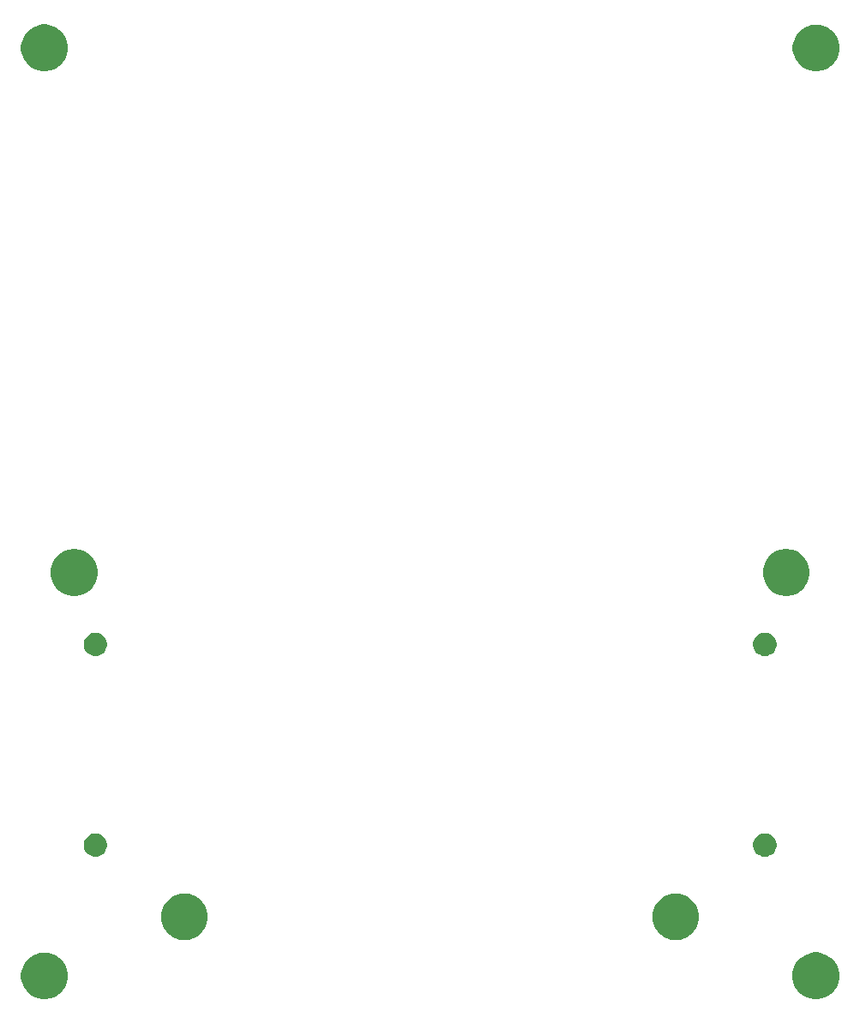
<source format=gbr>
G04 #@! TF.GenerationSoftware,KiCad,Pcbnew,(5.1.2)-2*
G04 #@! TF.CreationDate,2021-11-10T11:21:05-03:00*
G04 #@! TF.ProjectId,MAG_Plus,4d41475f-506c-4757-932e-6b696361645f,rev?*
G04 #@! TF.SameCoordinates,Original*
G04 #@! TF.FileFunction,Soldermask,Bot*
G04 #@! TF.FilePolarity,Negative*
%FSLAX46Y46*%
G04 Gerber Fmt 4.6, Leading zero omitted, Abs format (unit mm)*
G04 Created by KiCad (PCBNEW (5.1.2)-2) date 2021-11-10 11:21:05*
%MOMM*%
%LPD*%
G04 APERTURE LIST*
%ADD10C,0.100000*%
G04 APERTURE END LIST*
D10*
G36*
X125248903Y-233563213D02*
G01*
X125471177Y-233607426D01*
X125889932Y-233780880D01*
X126266802Y-234032696D01*
X126587304Y-234353198D01*
X126839120Y-234730068D01*
X127012574Y-235148823D01*
X127101000Y-235593371D01*
X127101000Y-236046629D01*
X127012574Y-236491177D01*
X126839120Y-236909932D01*
X126587304Y-237286802D01*
X126266802Y-237607304D01*
X125889932Y-237859120D01*
X125471177Y-238032574D01*
X125248903Y-238076787D01*
X125026630Y-238121000D01*
X124573370Y-238121000D01*
X124351097Y-238076787D01*
X124128823Y-238032574D01*
X123710068Y-237859120D01*
X123333198Y-237607304D01*
X123012696Y-237286802D01*
X122760880Y-236909932D01*
X122587426Y-236491177D01*
X122499000Y-236046629D01*
X122499000Y-235593371D01*
X122587426Y-235148823D01*
X122760880Y-234730068D01*
X123012696Y-234353198D01*
X123333198Y-234032696D01*
X123710068Y-233780880D01*
X124128823Y-233607426D01*
X124351097Y-233563213D01*
X124573370Y-233519000D01*
X125026630Y-233519000D01*
X125248903Y-233563213D01*
X125248903Y-233563213D01*
G37*
G36*
X201438903Y-233553213D02*
G01*
X201661177Y-233597426D01*
X202079932Y-233770880D01*
X202456802Y-234022696D01*
X202777304Y-234343198D01*
X203029120Y-234720068D01*
X203202574Y-235138823D01*
X203291000Y-235583371D01*
X203291000Y-236036629D01*
X203202574Y-236481177D01*
X203029120Y-236899932D01*
X202777304Y-237276802D01*
X202456802Y-237597304D01*
X202079932Y-237849120D01*
X201661177Y-238022574D01*
X201438903Y-238066787D01*
X201216630Y-238111000D01*
X200763370Y-238111000D01*
X200541097Y-238066787D01*
X200318823Y-238022574D01*
X199900068Y-237849120D01*
X199523198Y-237597304D01*
X199202696Y-237276802D01*
X198950880Y-236899932D01*
X198777426Y-236481177D01*
X198689000Y-236036629D01*
X198689000Y-235583371D01*
X198777426Y-235138823D01*
X198950880Y-234720068D01*
X199202696Y-234343198D01*
X199523198Y-234022696D01*
X199900068Y-233770880D01*
X200318823Y-233597426D01*
X200541097Y-233553213D01*
X200763370Y-233509000D01*
X201216630Y-233509000D01*
X201438903Y-233553213D01*
X201438903Y-233553213D01*
G37*
G36*
X187598903Y-227743213D02*
G01*
X187821177Y-227787426D01*
X188239932Y-227960880D01*
X188616802Y-228212696D01*
X188937304Y-228533198D01*
X189189120Y-228910068D01*
X189362574Y-229328823D01*
X189451000Y-229773371D01*
X189451000Y-230226629D01*
X189362574Y-230671177D01*
X189189120Y-231089932D01*
X188937304Y-231466802D01*
X188616802Y-231787304D01*
X188239932Y-232039120D01*
X187821177Y-232212574D01*
X187598903Y-232256787D01*
X187376630Y-232301000D01*
X186923370Y-232301000D01*
X186701097Y-232256787D01*
X186478823Y-232212574D01*
X186060068Y-232039120D01*
X185683198Y-231787304D01*
X185362696Y-231466802D01*
X185110880Y-231089932D01*
X184937426Y-230671177D01*
X184849000Y-230226629D01*
X184849000Y-229773371D01*
X184937426Y-229328823D01*
X185110880Y-228910068D01*
X185362696Y-228533198D01*
X185683198Y-228212696D01*
X186060068Y-227960880D01*
X186478823Y-227787426D01*
X186701097Y-227743213D01*
X186923370Y-227699000D01*
X187376630Y-227699000D01*
X187598903Y-227743213D01*
X187598903Y-227743213D01*
G37*
G36*
X139098903Y-227743213D02*
G01*
X139321177Y-227787426D01*
X139739932Y-227960880D01*
X140116802Y-228212696D01*
X140437304Y-228533198D01*
X140689120Y-228910068D01*
X140862574Y-229328823D01*
X140951000Y-229773371D01*
X140951000Y-230226629D01*
X140862574Y-230671177D01*
X140689120Y-231089932D01*
X140437304Y-231466802D01*
X140116802Y-231787304D01*
X139739932Y-232039120D01*
X139321177Y-232212574D01*
X139098903Y-232256787D01*
X138876630Y-232301000D01*
X138423370Y-232301000D01*
X138201097Y-232256787D01*
X137978823Y-232212574D01*
X137560068Y-232039120D01*
X137183198Y-231787304D01*
X136862696Y-231466802D01*
X136610880Y-231089932D01*
X136437426Y-230671177D01*
X136349000Y-230226629D01*
X136349000Y-229773371D01*
X136437426Y-229328823D01*
X136610880Y-228910068D01*
X136862696Y-228533198D01*
X137183198Y-228212696D01*
X137560068Y-227960880D01*
X137978823Y-227787426D01*
X138201097Y-227743213D01*
X138423370Y-227699000D01*
X138876630Y-227699000D01*
X139098903Y-227743213D01*
X139098903Y-227743213D01*
G37*
G36*
X196174549Y-221771116D02*
G01*
X196285734Y-221793232D01*
X196495203Y-221879997D01*
X196683720Y-222005960D01*
X196844040Y-222166280D01*
X196970003Y-222354797D01*
X197056768Y-222564266D01*
X197101000Y-222786636D01*
X197101000Y-223013364D01*
X197056768Y-223235734D01*
X196970003Y-223445203D01*
X196844040Y-223633720D01*
X196683720Y-223794040D01*
X196495203Y-223920003D01*
X196285734Y-224006768D01*
X196174549Y-224028884D01*
X196063365Y-224051000D01*
X195836635Y-224051000D01*
X195725451Y-224028884D01*
X195614266Y-224006768D01*
X195404797Y-223920003D01*
X195216280Y-223794040D01*
X195055960Y-223633720D01*
X194929997Y-223445203D01*
X194843232Y-223235734D01*
X194799000Y-223013364D01*
X194799000Y-222786636D01*
X194843232Y-222564266D01*
X194929997Y-222354797D01*
X195055960Y-222166280D01*
X195216280Y-222005960D01*
X195404797Y-221879997D01*
X195614266Y-221793232D01*
X195725451Y-221771116D01*
X195836635Y-221749000D01*
X196063365Y-221749000D01*
X196174549Y-221771116D01*
X196174549Y-221771116D01*
G37*
G36*
X130074549Y-221771116D02*
G01*
X130185734Y-221793232D01*
X130395203Y-221879997D01*
X130583720Y-222005960D01*
X130744040Y-222166280D01*
X130870003Y-222354797D01*
X130956768Y-222564266D01*
X131001000Y-222786636D01*
X131001000Y-223013364D01*
X130956768Y-223235734D01*
X130870003Y-223445203D01*
X130744040Y-223633720D01*
X130583720Y-223794040D01*
X130395203Y-223920003D01*
X130185734Y-224006768D01*
X130074549Y-224028884D01*
X129963365Y-224051000D01*
X129736635Y-224051000D01*
X129625451Y-224028884D01*
X129514266Y-224006768D01*
X129304797Y-223920003D01*
X129116280Y-223794040D01*
X128955960Y-223633720D01*
X128829997Y-223445203D01*
X128743232Y-223235734D01*
X128699000Y-223013364D01*
X128699000Y-222786636D01*
X128743232Y-222564266D01*
X128829997Y-222354797D01*
X128955960Y-222166280D01*
X129116280Y-222005960D01*
X129304797Y-221879997D01*
X129514266Y-221793232D01*
X129625451Y-221771116D01*
X129736635Y-221749000D01*
X129963365Y-221749000D01*
X130074549Y-221771116D01*
X130074549Y-221771116D01*
G37*
G36*
X196174549Y-201971116D02*
G01*
X196285734Y-201993232D01*
X196495203Y-202079997D01*
X196683720Y-202205960D01*
X196844040Y-202366280D01*
X196970003Y-202554797D01*
X197056768Y-202764266D01*
X197101000Y-202986636D01*
X197101000Y-203213364D01*
X197056768Y-203435734D01*
X196970003Y-203645203D01*
X196844040Y-203833720D01*
X196683720Y-203994040D01*
X196495203Y-204120003D01*
X196285734Y-204206768D01*
X196174549Y-204228884D01*
X196063365Y-204251000D01*
X195836635Y-204251000D01*
X195725451Y-204228884D01*
X195614266Y-204206768D01*
X195404797Y-204120003D01*
X195216280Y-203994040D01*
X195055960Y-203833720D01*
X194929997Y-203645203D01*
X194843232Y-203435734D01*
X194799000Y-203213364D01*
X194799000Y-202986636D01*
X194843232Y-202764266D01*
X194929997Y-202554797D01*
X195055960Y-202366280D01*
X195216280Y-202205960D01*
X195404797Y-202079997D01*
X195614266Y-201993232D01*
X195725451Y-201971116D01*
X195836635Y-201949000D01*
X196063365Y-201949000D01*
X196174549Y-201971116D01*
X196174549Y-201971116D01*
G37*
G36*
X130074549Y-201971116D02*
G01*
X130185734Y-201993232D01*
X130395203Y-202079997D01*
X130583720Y-202205960D01*
X130744040Y-202366280D01*
X130870003Y-202554797D01*
X130956768Y-202764266D01*
X131001000Y-202986636D01*
X131001000Y-203213364D01*
X130956768Y-203435734D01*
X130870003Y-203645203D01*
X130744040Y-203833720D01*
X130583720Y-203994040D01*
X130395203Y-204120003D01*
X130185734Y-204206768D01*
X130074549Y-204228884D01*
X129963365Y-204251000D01*
X129736635Y-204251000D01*
X129625451Y-204228884D01*
X129514266Y-204206768D01*
X129304797Y-204120003D01*
X129116280Y-203994040D01*
X128955960Y-203833720D01*
X128829997Y-203645203D01*
X128743232Y-203435734D01*
X128699000Y-203213364D01*
X128699000Y-202986636D01*
X128743232Y-202764266D01*
X128829997Y-202554797D01*
X128955960Y-202366280D01*
X129116280Y-202205960D01*
X129304797Y-202079997D01*
X129514266Y-201993232D01*
X129625451Y-201971116D01*
X129736635Y-201949000D01*
X129963365Y-201949000D01*
X130074549Y-201971116D01*
X130074549Y-201971116D01*
G37*
G36*
X128198903Y-193743213D02*
G01*
X128421177Y-193787426D01*
X128839932Y-193960880D01*
X129216802Y-194212696D01*
X129537304Y-194533198D01*
X129789120Y-194910068D01*
X129962574Y-195328823D01*
X130051000Y-195773371D01*
X130051000Y-196226629D01*
X129962574Y-196671177D01*
X129789120Y-197089932D01*
X129537304Y-197466802D01*
X129216802Y-197787304D01*
X128839932Y-198039120D01*
X128421177Y-198212574D01*
X128198903Y-198256787D01*
X127976630Y-198301000D01*
X127523370Y-198301000D01*
X127301097Y-198256787D01*
X127078823Y-198212574D01*
X126660068Y-198039120D01*
X126283198Y-197787304D01*
X125962696Y-197466802D01*
X125710880Y-197089932D01*
X125537426Y-196671177D01*
X125449000Y-196226629D01*
X125449000Y-195773371D01*
X125537426Y-195328823D01*
X125710880Y-194910068D01*
X125962696Y-194533198D01*
X126283198Y-194212696D01*
X126660068Y-193960880D01*
X127078823Y-193787426D01*
X127301097Y-193743213D01*
X127523370Y-193699000D01*
X127976630Y-193699000D01*
X128198903Y-193743213D01*
X128198903Y-193743213D01*
G37*
G36*
X198498903Y-193743213D02*
G01*
X198721177Y-193787426D01*
X199139932Y-193960880D01*
X199516802Y-194212696D01*
X199837304Y-194533198D01*
X200089120Y-194910068D01*
X200262574Y-195328823D01*
X200351000Y-195773371D01*
X200351000Y-196226629D01*
X200262574Y-196671177D01*
X200089120Y-197089932D01*
X199837304Y-197466802D01*
X199516802Y-197787304D01*
X199139932Y-198039120D01*
X198721177Y-198212574D01*
X198498903Y-198256787D01*
X198276630Y-198301000D01*
X197823370Y-198301000D01*
X197601097Y-198256787D01*
X197378823Y-198212574D01*
X196960068Y-198039120D01*
X196583198Y-197787304D01*
X196262696Y-197466802D01*
X196010880Y-197089932D01*
X195837426Y-196671177D01*
X195749000Y-196226629D01*
X195749000Y-195773371D01*
X195837426Y-195328823D01*
X196010880Y-194910068D01*
X196262696Y-194533198D01*
X196583198Y-194212696D01*
X196960068Y-193960880D01*
X197378823Y-193787426D01*
X197601097Y-193743213D01*
X197823370Y-193699000D01*
X198276630Y-193699000D01*
X198498903Y-193743213D01*
X198498903Y-193743213D01*
G37*
G36*
X201448903Y-141953213D02*
G01*
X201671177Y-141997426D01*
X202089932Y-142170880D01*
X202466802Y-142422696D01*
X202787304Y-142743198D01*
X203039120Y-143120068D01*
X203212574Y-143538823D01*
X203301000Y-143983371D01*
X203301000Y-144436629D01*
X203212574Y-144881177D01*
X203039120Y-145299932D01*
X202787304Y-145676802D01*
X202466802Y-145997304D01*
X202089932Y-146249120D01*
X201671177Y-146422574D01*
X201448903Y-146466787D01*
X201226630Y-146511000D01*
X200773370Y-146511000D01*
X200551097Y-146466787D01*
X200328823Y-146422574D01*
X199910068Y-146249120D01*
X199533198Y-145997304D01*
X199212696Y-145676802D01*
X198960880Y-145299932D01*
X198787426Y-144881177D01*
X198699000Y-144436629D01*
X198699000Y-143983371D01*
X198787426Y-143538823D01*
X198960880Y-143120068D01*
X199212696Y-142743198D01*
X199533198Y-142422696D01*
X199910068Y-142170880D01*
X200328823Y-141997426D01*
X200551097Y-141953213D01*
X200773370Y-141909000D01*
X201226630Y-141909000D01*
X201448903Y-141953213D01*
X201448903Y-141953213D01*
G37*
G36*
X125248903Y-141943213D02*
G01*
X125471177Y-141987426D01*
X125889932Y-142160880D01*
X126266802Y-142412696D01*
X126587304Y-142733198D01*
X126839120Y-143110068D01*
X127012574Y-143528823D01*
X127101000Y-143973371D01*
X127101000Y-144426629D01*
X127012574Y-144871177D01*
X126839120Y-145289932D01*
X126587304Y-145666802D01*
X126266802Y-145987304D01*
X125889932Y-146239120D01*
X125471177Y-146412574D01*
X125248903Y-146456787D01*
X125026630Y-146501000D01*
X124573370Y-146501000D01*
X124351097Y-146456787D01*
X124128823Y-146412574D01*
X123710068Y-146239120D01*
X123333198Y-145987304D01*
X123012696Y-145666802D01*
X122760880Y-145289932D01*
X122587426Y-144871177D01*
X122499000Y-144426629D01*
X122499000Y-143973371D01*
X122587426Y-143528823D01*
X122760880Y-143110068D01*
X123012696Y-142733198D01*
X123333198Y-142412696D01*
X123710068Y-142160880D01*
X124128823Y-141987426D01*
X124351097Y-141943213D01*
X124573370Y-141899000D01*
X125026630Y-141899000D01*
X125248903Y-141943213D01*
X125248903Y-141943213D01*
G37*
M02*

</source>
